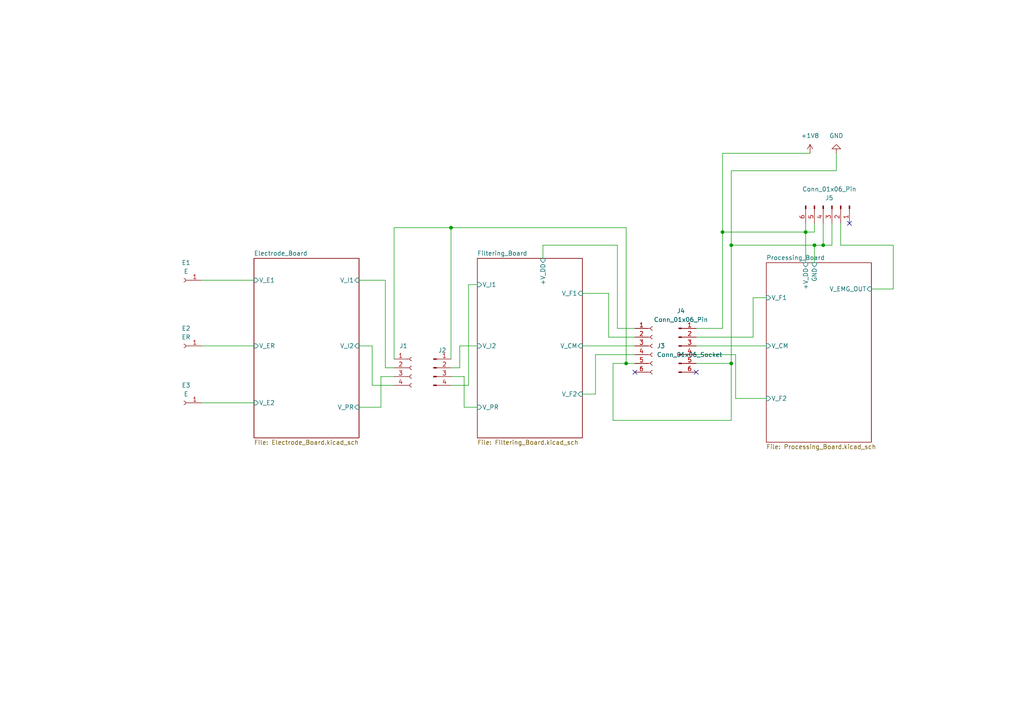
<source format=kicad_sch>
(kicad_sch
	(version 20231120)
	(generator "eeschema")
	(generator_version "8.0")
	(uuid "35a76d6a-a0c5-4989-a335-ebbff193f82f")
	(paper "A4")
	(lib_symbols
		(symbol "Connector:Conn_01x01_Socket"
			(pin_names
				(offset 1.016) hide)
			(exclude_from_sim no)
			(in_bom yes)
			(on_board yes)
			(property "Reference" "J"
				(at 0 2.54 0)
				(effects
					(font
						(size 1.27 1.27)
					)
				)
			)
			(property "Value" "Conn_01x01_Socket"
				(at 0 -2.54 0)
				(effects
					(font
						(size 1.27 1.27)
					)
				)
			)
			(property "Footprint" ""
				(at 0 0 0)
				(effects
					(font
						(size 1.27 1.27)
					)
					(hide yes)
				)
			)
			(property "Datasheet" "~"
				(at 0 0 0)
				(effects
					(font
						(size 1.27 1.27)
					)
					(hide yes)
				)
			)
			(property "Description" "Generic connector, single row, 01x01, script generated"
				(at 0 0 0)
				(effects
					(font
						(size 1.27 1.27)
					)
					(hide yes)
				)
			)
			(property "ki_locked" ""
				(at 0 0 0)
				(effects
					(font
						(size 1.27 1.27)
					)
				)
			)
			(property "ki_keywords" "connector"
				(at 0 0 0)
				(effects
					(font
						(size 1.27 1.27)
					)
					(hide yes)
				)
			)
			(property "ki_fp_filters" "Connector*:*_1x??_*"
				(at 0 0 0)
				(effects
					(font
						(size 1.27 1.27)
					)
					(hide yes)
				)
			)
			(symbol "Conn_01x01_Socket_1_1"
				(polyline
					(pts
						(xy -1.27 0) (xy -0.508 0)
					)
					(stroke
						(width 0.1524)
						(type default)
					)
					(fill
						(type none)
					)
				)
				(arc
					(start 0 0.508)
					(mid -0.5058 0)
					(end 0 -0.508)
					(stroke
						(width 0.1524)
						(type default)
					)
					(fill
						(type none)
					)
				)
				(pin passive line
					(at -5.08 0 0)
					(length 3.81)
					(name "Pin_1"
						(effects
							(font
								(size 1.27 1.27)
							)
						)
					)
					(number "1"
						(effects
							(font
								(size 1.27 1.27)
							)
						)
					)
				)
			)
		)
		(symbol "Connector:Conn_01x04_Pin"
			(pin_names
				(offset 1.016) hide)
			(exclude_from_sim no)
			(in_bom yes)
			(on_board yes)
			(property "Reference" "J"
				(at 0 5.08 0)
				(effects
					(font
						(size 1.27 1.27)
					)
				)
			)
			(property "Value" "Conn_01x04_Pin"
				(at 0 -7.62 0)
				(effects
					(font
						(size 1.27 1.27)
					)
				)
			)
			(property "Footprint" ""
				(at 0 0 0)
				(effects
					(font
						(size 1.27 1.27)
					)
					(hide yes)
				)
			)
			(property "Datasheet" "~"
				(at 0 0 0)
				(effects
					(font
						(size 1.27 1.27)
					)
					(hide yes)
				)
			)
			(property "Description" "Generic connector, single row, 01x04, script generated"
				(at 0 0 0)
				(effects
					(font
						(size 1.27 1.27)
					)
					(hide yes)
				)
			)
			(property "ki_locked" ""
				(at 0 0 0)
				(effects
					(font
						(size 1.27 1.27)
					)
				)
			)
			(property "ki_keywords" "connector"
				(at 0 0 0)
				(effects
					(font
						(size 1.27 1.27)
					)
					(hide yes)
				)
			)
			(property "ki_fp_filters" "Connector*:*_1x??_*"
				(at 0 0 0)
				(effects
					(font
						(size 1.27 1.27)
					)
					(hide yes)
				)
			)
			(symbol "Conn_01x04_Pin_1_1"
				(polyline
					(pts
						(xy 1.27 -5.08) (xy 0.8636 -5.08)
					)
					(stroke
						(width 0.1524)
						(type default)
					)
					(fill
						(type none)
					)
				)
				(polyline
					(pts
						(xy 1.27 -2.54) (xy 0.8636 -2.54)
					)
					(stroke
						(width 0.1524)
						(type default)
					)
					(fill
						(type none)
					)
				)
				(polyline
					(pts
						(xy 1.27 0) (xy 0.8636 0)
					)
					(stroke
						(width 0.1524)
						(type default)
					)
					(fill
						(type none)
					)
				)
				(polyline
					(pts
						(xy 1.27 2.54) (xy 0.8636 2.54)
					)
					(stroke
						(width 0.1524)
						(type default)
					)
					(fill
						(type none)
					)
				)
				(rectangle
					(start 0.8636 -4.953)
					(end 0 -5.207)
					(stroke
						(width 0.1524)
						(type default)
					)
					(fill
						(type outline)
					)
				)
				(rectangle
					(start 0.8636 -2.413)
					(end 0 -2.667)
					(stroke
						(width 0.1524)
						(type default)
					)
					(fill
						(type outline)
					)
				)
				(rectangle
					(start 0.8636 0.127)
					(end 0 -0.127)
					(stroke
						(width 0.1524)
						(type default)
					)
					(fill
						(type outline)
					)
				)
				(rectangle
					(start 0.8636 2.667)
					(end 0 2.413)
					(stroke
						(width 0.1524)
						(type default)
					)
					(fill
						(type outline)
					)
				)
				(pin passive line
					(at 5.08 2.54 180)
					(length 3.81)
					(name "Pin_1"
						(effects
							(font
								(size 1.27 1.27)
							)
						)
					)
					(number "1"
						(effects
							(font
								(size 1.27 1.27)
							)
						)
					)
				)
				(pin passive line
					(at 5.08 0 180)
					(length 3.81)
					(name "Pin_2"
						(effects
							(font
								(size 1.27 1.27)
							)
						)
					)
					(number "2"
						(effects
							(font
								(size 1.27 1.27)
							)
						)
					)
				)
				(pin passive line
					(at 5.08 -2.54 180)
					(length 3.81)
					(name "Pin_3"
						(effects
							(font
								(size 1.27 1.27)
							)
						)
					)
					(number "3"
						(effects
							(font
								(size 1.27 1.27)
							)
						)
					)
				)
				(pin passive line
					(at 5.08 -5.08 180)
					(length 3.81)
					(name "Pin_4"
						(effects
							(font
								(size 1.27 1.27)
							)
						)
					)
					(number "4"
						(effects
							(font
								(size 1.27 1.27)
							)
						)
					)
				)
			)
		)
		(symbol "Connector:Conn_01x04_Socket"
			(pin_names
				(offset 1.016) hide)
			(exclude_from_sim no)
			(in_bom yes)
			(on_board yes)
			(property "Reference" "J"
				(at 0 5.08 0)
				(effects
					(font
						(size 1.27 1.27)
					)
				)
			)
			(property "Value" "Conn_01x04_Socket"
				(at 0 -7.62 0)
				(effects
					(font
						(size 1.27 1.27)
					)
				)
			)
			(property "Footprint" ""
				(at 0 0 0)
				(effects
					(font
						(size 1.27 1.27)
					)
					(hide yes)
				)
			)
			(property "Datasheet" "~"
				(at 0 0 0)
				(effects
					(font
						(size 1.27 1.27)
					)
					(hide yes)
				)
			)
			(property "Description" "Generic connector, single row, 01x04, script generated"
				(at 0 0 0)
				(effects
					(font
						(size 1.27 1.27)
					)
					(hide yes)
				)
			)
			(property "ki_locked" ""
				(at 0 0 0)
				(effects
					(font
						(size 1.27 1.27)
					)
				)
			)
			(property "ki_keywords" "connector"
				(at 0 0 0)
				(effects
					(font
						(size 1.27 1.27)
					)
					(hide yes)
				)
			)
			(property "ki_fp_filters" "Connector*:*_1x??_*"
				(at 0 0 0)
				(effects
					(font
						(size 1.27 1.27)
					)
					(hide yes)
				)
			)
			(symbol "Conn_01x04_Socket_1_1"
				(arc
					(start 0 -4.572)
					(mid -0.5058 -5.08)
					(end 0 -5.588)
					(stroke
						(width 0.1524)
						(type default)
					)
					(fill
						(type none)
					)
				)
				(arc
					(start 0 -2.032)
					(mid -0.5058 -2.54)
					(end 0 -3.048)
					(stroke
						(width 0.1524)
						(type default)
					)
					(fill
						(type none)
					)
				)
				(polyline
					(pts
						(xy -1.27 -5.08) (xy -0.508 -5.08)
					)
					(stroke
						(width 0.1524)
						(type default)
					)
					(fill
						(type none)
					)
				)
				(polyline
					(pts
						(xy -1.27 -2.54) (xy -0.508 -2.54)
					)
					(stroke
						(width 0.1524)
						(type default)
					)
					(fill
						(type none)
					)
				)
				(polyline
					(pts
						(xy -1.27 0) (xy -0.508 0)
					)
					(stroke
						(width 0.1524)
						(type default)
					)
					(fill
						(type none)
					)
				)
				(polyline
					(pts
						(xy -1.27 2.54) (xy -0.508 2.54)
					)
					(stroke
						(width 0.1524)
						(type default)
					)
					(fill
						(type none)
					)
				)
				(arc
					(start 0 0.508)
					(mid -0.5058 0)
					(end 0 -0.508)
					(stroke
						(width 0.1524)
						(type default)
					)
					(fill
						(type none)
					)
				)
				(arc
					(start 0 3.048)
					(mid -0.5058 2.54)
					(end 0 2.032)
					(stroke
						(width 0.1524)
						(type default)
					)
					(fill
						(type none)
					)
				)
				(pin passive line
					(at -5.08 2.54 0)
					(length 3.81)
					(name "Pin_1"
						(effects
							(font
								(size 1.27 1.27)
							)
						)
					)
					(number "1"
						(effects
							(font
								(size 1.27 1.27)
							)
						)
					)
				)
				(pin passive line
					(at -5.08 0 0)
					(length 3.81)
					(name "Pin_2"
						(effects
							(font
								(size 1.27 1.27)
							)
						)
					)
					(number "2"
						(effects
							(font
								(size 1.27 1.27)
							)
						)
					)
				)
				(pin passive line
					(at -5.08 -2.54 0)
					(length 3.81)
					(name "Pin_3"
						(effects
							(font
								(size 1.27 1.27)
							)
						)
					)
					(number "3"
						(effects
							(font
								(size 1.27 1.27)
							)
						)
					)
				)
				(pin passive line
					(at -5.08 -5.08 0)
					(length 3.81)
					(name "Pin_4"
						(effects
							(font
								(size 1.27 1.27)
							)
						)
					)
					(number "4"
						(effects
							(font
								(size 1.27 1.27)
							)
						)
					)
				)
			)
		)
		(symbol "Connector:Conn_01x06_Pin"
			(pin_names
				(offset 1.016) hide)
			(exclude_from_sim no)
			(in_bom yes)
			(on_board yes)
			(property "Reference" "J"
				(at 0 7.62 0)
				(effects
					(font
						(size 1.27 1.27)
					)
				)
			)
			(property "Value" "Conn_01x06_Pin"
				(at 0 -10.16 0)
				(effects
					(font
						(size 1.27 1.27)
					)
				)
			)
			(property "Footprint" ""
				(at 0 0 0)
				(effects
					(font
						(size 1.27 1.27)
					)
					(hide yes)
				)
			)
			(property "Datasheet" "~"
				(at 0 0 0)
				(effects
					(font
						(size 1.27 1.27)
					)
					(hide yes)
				)
			)
			(property "Description" "Generic connector, single row, 01x06, script generated"
				(at 0 0 0)
				(effects
					(font
						(size 1.27 1.27)
					)
					(hide yes)
				)
			)
			(property "ki_locked" ""
				(at 0 0 0)
				(effects
					(font
						(size 1.27 1.27)
					)
				)
			)
			(property "ki_keywords" "connector"
				(at 0 0 0)
				(effects
					(font
						(size 1.27 1.27)
					)
					(hide yes)
				)
			)
			(property "ki_fp_filters" "Connector*:*_1x??_*"
				(at 0 0 0)
				(effects
					(font
						(size 1.27 1.27)
					)
					(hide yes)
				)
			)
			(symbol "Conn_01x06_Pin_1_1"
				(polyline
					(pts
						(xy 1.27 -7.62) (xy 0.8636 -7.62)
					)
					(stroke
						(width 0.1524)
						(type default)
					)
					(fill
						(type none)
					)
				)
				(polyline
					(pts
						(xy 1.27 -5.08) (xy 0.8636 -5.08)
					)
					(stroke
						(width 0.1524)
						(type default)
					)
					(fill
						(type none)
					)
				)
				(polyline
					(pts
						(xy 1.27 -2.54) (xy 0.8636 -2.54)
					)
					(stroke
						(width 0.1524)
						(type default)
					)
					(fill
						(type none)
					)
				)
				(polyline
					(pts
						(xy 1.27 0) (xy 0.8636 0)
					)
					(stroke
						(width 0.1524)
						(type default)
					)
					(fill
						(type none)
					)
				)
				(polyline
					(pts
						(xy 1.27 2.54) (xy 0.8636 2.54)
					)
					(stroke
						(width 0.1524)
						(type default)
					)
					(fill
						(type none)
					)
				)
				(polyline
					(pts
						(xy 1.27 5.08) (xy 0.8636 5.08)
					)
					(stroke
						(width 0.1524)
						(type default)
					)
					(fill
						(type none)
					)
				)
				(rectangle
					(start 0.8636 -7.493)
					(end 0 -7.747)
					(stroke
						(width 0.1524)
						(type default)
					)
					(fill
						(type outline)
					)
				)
				(rectangle
					(start 0.8636 -4.953)
					(end 0 -5.207)
					(stroke
						(width 0.1524)
						(type default)
					)
					(fill
						(type outline)
					)
				)
				(rectangle
					(start 0.8636 -2.413)
					(end 0 -2.667)
					(stroke
						(width 0.1524)
						(type default)
					)
					(fill
						(type outline)
					)
				)
				(rectangle
					(start 0.8636 0.127)
					(end 0 -0.127)
					(stroke
						(width 0.1524)
						(type default)
					)
					(fill
						(type outline)
					)
				)
				(rectangle
					(start 0.8636 2.667)
					(end 0 2.413)
					(stroke
						(width 0.1524)
						(type default)
					)
					(fill
						(type outline)
					)
				)
				(rectangle
					(start 0.8636 5.207)
					(end 0 4.953)
					(stroke
						(width 0.1524)
						(type default)
					)
					(fill
						(type outline)
					)
				)
				(pin passive line
					(at 5.08 5.08 180)
					(length 3.81)
					(name "Pin_1"
						(effects
							(font
								(size 1.27 1.27)
							)
						)
					)
					(number "1"
						(effects
							(font
								(size 1.27 1.27)
							)
						)
					)
				)
				(pin passive line
					(at 5.08 2.54 180)
					(length 3.81)
					(name "Pin_2"
						(effects
							(font
								(size 1.27 1.27)
							)
						)
					)
					(number "2"
						(effects
							(font
								(size 1.27 1.27)
							)
						)
					)
				)
				(pin passive line
					(at 5.08 0 180)
					(length 3.81)
					(name "Pin_3"
						(effects
							(font
								(size 1.27 1.27)
							)
						)
					)
					(number "3"
						(effects
							(font
								(size 1.27 1.27)
							)
						)
					)
				)
				(pin passive line
					(at 5.08 -2.54 180)
					(length 3.81)
					(name "Pin_4"
						(effects
							(font
								(size 1.27 1.27)
							)
						)
					)
					(number "4"
						(effects
							(font
								(size 1.27 1.27)
							)
						)
					)
				)
				(pin passive line
					(at 5.08 -5.08 180)
					(length 3.81)
					(name "Pin_5"
						(effects
							(font
								(size 1.27 1.27)
							)
						)
					)
					(number "5"
						(effects
							(font
								(size 1.27 1.27)
							)
						)
					)
				)
				(pin passive line
					(at 5.08 -7.62 180)
					(length 3.81)
					(name "Pin_6"
						(effects
							(font
								(size 1.27 1.27)
							)
						)
					)
					(number "6"
						(effects
							(font
								(size 1.27 1.27)
							)
						)
					)
				)
			)
		)
		(symbol "Connector:Conn_01x06_Socket"
			(pin_names
				(offset 1.016) hide)
			(exclude_from_sim no)
			(in_bom yes)
			(on_board yes)
			(property "Reference" "J"
				(at 0 7.62 0)
				(effects
					(font
						(size 1.27 1.27)
					)
				)
			)
			(property "Value" "Conn_01x06_Socket"
				(at 0 -10.16 0)
				(effects
					(font
						(size 1.27 1.27)
					)
				)
			)
			(property "Footprint" ""
				(at 0 0 0)
				(effects
					(font
						(size 1.27 1.27)
					)
					(hide yes)
				)
			)
			(property "Datasheet" "~"
				(at 0 0 0)
				(effects
					(font
						(size 1.27 1.27)
					)
					(hide yes)
				)
			)
			(property "Description" "Generic connector, single row, 01x06, script generated"
				(at 0 0 0)
				(effects
					(font
						(size 1.27 1.27)
					)
					(hide yes)
				)
			)
			(property "ki_locked" ""
				(at 0 0 0)
				(effects
					(font
						(size 1.27 1.27)
					)
				)
			)
			(property "ki_keywords" "connector"
				(at 0 0 0)
				(effects
					(font
						(size 1.27 1.27)
					)
					(hide yes)
				)
			)
			(property "ki_fp_filters" "Connector*:*_1x??_*"
				(at 0 0 0)
				(effects
					(font
						(size 1.27 1.27)
					)
					(hide yes)
				)
			)
			(symbol "Conn_01x06_Socket_1_1"
				(arc
					(start 0 -7.112)
					(mid -0.5058 -7.62)
					(end 0 -8.128)
					(stroke
						(width 0.1524)
						(type default)
					)
					(fill
						(type none)
					)
				)
				(arc
					(start 0 -4.572)
					(mid -0.5058 -5.08)
					(end 0 -5.588)
					(stroke
						(width 0.1524)
						(type default)
					)
					(fill
						(type none)
					)
				)
				(arc
					(start 0 -2.032)
					(mid -0.5058 -2.54)
					(end 0 -3.048)
					(stroke
						(width 0.1524)
						(type default)
					)
					(fill
						(type none)
					)
				)
				(polyline
					(pts
						(xy -1.27 -7.62) (xy -0.508 -7.62)
					)
					(stroke
						(width 0.1524)
						(type default)
					)
					(fill
						(type none)
					)
				)
				(polyline
					(pts
						(xy -1.27 -5.08) (xy -0.508 -5.08)
					)
					(stroke
						(width 0.1524)
						(type default)
					)
					(fill
						(type none)
					)
				)
				(polyline
					(pts
						(xy -1.27 -2.54) (xy -0.508 -2.54)
					)
					(stroke
						(width 0.1524)
						(type default)
					)
					(fill
						(type none)
					)
				)
				(polyline
					(pts
						(xy -1.27 0) (xy -0.508 0)
					)
					(stroke
						(width 0.1524)
						(type default)
					)
					(fill
						(type none)
					)
				)
				(polyline
					(pts
						(xy -1.27 2.54) (xy -0.508 2.54)
					)
					(stroke
						(width 0.1524)
						(type default)
					)
					(fill
						(type none)
					)
				)
				(polyline
					(pts
						(xy -1.27 5.08) (xy -0.508 5.08)
					)
					(stroke
						(width 0.1524)
						(type default)
					)
					(fill
						(type none)
					)
				)
				(arc
					(start 0 0.508)
					(mid -0.5058 0)
					(end 0 -0.508)
					(stroke
						(width 0.1524)
						(type default)
					)
					(fill
						(type none)
					)
				)
				(arc
					(start 0 3.048)
					(mid -0.5058 2.54)
					(end 0 2.032)
					(stroke
						(width 0.1524)
						(type default)
					)
					(fill
						(type none)
					)
				)
				(arc
					(start 0 5.588)
					(mid -0.5058 5.08)
					(end 0 4.572)
					(stroke
						(width 0.1524)
						(type default)
					)
					(fill
						(type none)
					)
				)
				(pin passive line
					(at -5.08 5.08 0)
					(length 3.81)
					(name "Pin_1"
						(effects
							(font
								(size 1.27 1.27)
							)
						)
					)
					(number "1"
						(effects
							(font
								(size 1.27 1.27)
							)
						)
					)
				)
				(pin passive line
					(at -5.08 2.54 0)
					(length 3.81)
					(name "Pin_2"
						(effects
							(font
								(size 1.27 1.27)
							)
						)
					)
					(number "2"
						(effects
							(font
								(size 1.27 1.27)
							)
						)
					)
				)
				(pin passive line
					(at -5.08 0 0)
					(length 3.81)
					(name "Pin_3"
						(effects
							(font
								(size 1.27 1.27)
							)
						)
					)
					(number "3"
						(effects
							(font
								(size 1.27 1.27)
							)
						)
					)
				)
				(pin passive line
					(at -5.08 -2.54 0)
					(length 3.81)
					(name "Pin_4"
						(effects
							(font
								(size 1.27 1.27)
							)
						)
					)
					(number "4"
						(effects
							(font
								(size 1.27 1.27)
							)
						)
					)
				)
				(pin passive line
					(at -5.08 -5.08 0)
					(length 3.81)
					(name "Pin_5"
						(effects
							(font
								(size 1.27 1.27)
							)
						)
					)
					(number "5"
						(effects
							(font
								(size 1.27 1.27)
							)
						)
					)
				)
				(pin passive line
					(at -5.08 -7.62 0)
					(length 3.81)
					(name "Pin_6"
						(effects
							(font
								(size 1.27 1.27)
							)
						)
					)
					(number "6"
						(effects
							(font
								(size 1.27 1.27)
							)
						)
					)
				)
			)
		)
		(symbol "power:+1V8"
			(power)
			(pin_numbers hide)
			(pin_names
				(offset 0) hide)
			(exclude_from_sim no)
			(in_bom yes)
			(on_board yes)
			(property "Reference" "#PWR"
				(at 0 -3.81 0)
				(effects
					(font
						(size 1.27 1.27)
					)
					(hide yes)
				)
			)
			(property "Value" "+1V8"
				(at 0 3.556 0)
				(effects
					(font
						(size 1.27 1.27)
					)
				)
			)
			(property "Footprint" ""
				(at 0 0 0)
				(effects
					(font
						(size 1.27 1.27)
					)
					(hide yes)
				)
			)
			(property "Datasheet" ""
				(at 0 0 0)
				(effects
					(font
						(size 1.27 1.27)
					)
					(hide yes)
				)
			)
			(property "Description" "Power symbol creates a global label with name \"+1V8\""
				(at 0 0 0)
				(effects
					(font
						(size 1.27 1.27)
					)
					(hide yes)
				)
			)
			(property "ki_keywords" "global power"
				(at 0 0 0)
				(effects
					(font
						(size 1.27 1.27)
					)
					(hide yes)
				)
			)
			(symbol "+1V8_0_1"
				(polyline
					(pts
						(xy -0.762 1.27) (xy 0 2.54)
					)
					(stroke
						(width 0)
						(type default)
					)
					(fill
						(type none)
					)
				)
				(polyline
					(pts
						(xy 0 0) (xy 0 2.54)
					)
					(stroke
						(width 0)
						(type default)
					)
					(fill
						(type none)
					)
				)
				(polyline
					(pts
						(xy 0 2.54) (xy 0.762 1.27)
					)
					(stroke
						(width 0)
						(type default)
					)
					(fill
						(type none)
					)
				)
			)
			(symbol "+1V8_1_1"
				(pin power_in line
					(at 0 0 90)
					(length 0)
					(name "~"
						(effects
							(font
								(size 1.27 1.27)
							)
						)
					)
					(number "1"
						(effects
							(font
								(size 1.27 1.27)
							)
						)
					)
				)
			)
		)
		(symbol "power:GND"
			(power)
			(pin_numbers hide)
			(pin_names
				(offset 0) hide)
			(exclude_from_sim no)
			(in_bom yes)
			(on_board yes)
			(property "Reference" "#PWR"
				(at 0 -6.35 0)
				(effects
					(font
						(size 1.27 1.27)
					)
					(hide yes)
				)
			)
			(property "Value" "GND"
				(at 0 -3.81 0)
				(effects
					(font
						(size 1.27 1.27)
					)
				)
			)
			(property "Footprint" ""
				(at 0 0 0)
				(effects
					(font
						(size 1.27 1.27)
					)
					(hide yes)
				)
			)
			(property "Datasheet" ""
				(at 0 0 0)
				(effects
					(font
						(size 1.27 1.27)
					)
					(hide yes)
				)
			)
			(property "Description" "Power symbol creates a global label with name \"GND\" , ground"
				(at 0 0 0)
				(effects
					(font
						(size 1.27 1.27)
					)
					(hide yes)
				)
			)
			(property "ki_keywords" "global power"
				(at 0 0 0)
				(effects
					(font
						(size 1.27 1.27)
					)
					(hide yes)
				)
			)
			(symbol "GND_0_1"
				(polyline
					(pts
						(xy 0 0) (xy 0 -1.27) (xy 1.27 -1.27) (xy 0 -2.54) (xy -1.27 -1.27) (xy 0 -1.27)
					)
					(stroke
						(width 0)
						(type default)
					)
					(fill
						(type none)
					)
				)
			)
			(symbol "GND_1_1"
				(pin power_in line
					(at 0 0 270)
					(length 0)
					(name "~"
						(effects
							(font
								(size 1.27 1.27)
							)
						)
					)
					(number "1"
						(effects
							(font
								(size 1.27 1.27)
							)
						)
					)
				)
			)
		)
	)
	(junction
		(at 130.81 66.04)
		(diameter 0)
		(color 0 0 0 0)
		(uuid "21091ad0-8953-4e6d-ba59-e025f0aad6ce")
	)
	(junction
		(at 238.76 71.12)
		(diameter 0)
		(color 0 0 0 0)
		(uuid "4d0fad1b-1475-411d-b863-6fdf03df59c9")
	)
	(junction
		(at 236.22 71.12)
		(diameter 0)
		(color 0 0 0 0)
		(uuid "4dc1c887-fb5a-43e2-ba7f-0650264f0b3c")
	)
	(junction
		(at 209.55 67.31)
		(diameter 0)
		(color 0 0 0 0)
		(uuid "5a99bc87-3bb7-42df-9c4f-bd49339e9bc1")
	)
	(junction
		(at 212.09 105.41)
		(diameter 0)
		(color 0 0 0 0)
		(uuid "8340dff6-30de-4666-a8d1-395d7f36e15f")
	)
	(junction
		(at 233.68 67.31)
		(diameter 0)
		(color 0 0 0 0)
		(uuid "b0afc050-17c3-4e1f-ae35-ad6e1adf57e0")
	)
	(junction
		(at 212.09 71.12)
		(diameter 0)
		(color 0 0 0 0)
		(uuid "b87beead-2d72-447a-9675-a0bdb0f4b1e6")
	)
	(junction
		(at 181.61 105.41)
		(diameter 0)
		(color 0 0 0 0)
		(uuid "eae92e20-384d-4c8a-b92d-8a15c469952d")
	)
	(no_connect
		(at 201.93 107.95)
		(uuid "bd06cb32-4065-4178-8b96-eac9acc52196")
	)
	(no_connect
		(at 246.38 64.77)
		(uuid "dc50738b-2764-4161-97eb-4791120ccdd4")
	)
	(no_connect
		(at 184.15 107.95)
		(uuid "e48ba244-a090-4da7-90b2-5ed483869b46")
	)
	(wire
		(pts
			(xy 213.36 102.87) (xy 201.93 102.87)
		)
		(stroke
			(width 0)
			(type default)
		)
		(uuid "0081f790-8f9d-4e58-ba86-fd191393bf3c")
	)
	(wire
		(pts
			(xy 104.14 100.33) (xy 107.95 100.33)
		)
		(stroke
			(width 0)
			(type default)
		)
		(uuid "07f86792-1088-48eb-9198-d7db870706d4")
	)
	(wire
		(pts
			(xy 104.14 81.28) (xy 111.76 81.28)
		)
		(stroke
			(width 0)
			(type default)
		)
		(uuid "0d494821-26fc-46bb-bf40-afb9ebfb0d32")
	)
	(wire
		(pts
			(xy 233.68 67.31) (xy 236.22 67.31)
		)
		(stroke
			(width 0)
			(type default)
		)
		(uuid "10a23d2b-fa7f-4e67-b3a5-022be0f29da3")
	)
	(wire
		(pts
			(xy 242.57 44.45) (xy 242.57 49.53)
		)
		(stroke
			(width 0)
			(type default)
		)
		(uuid "1986b9bc-6c52-43bd-ba61-f5b5f5753b4a")
	)
	(wire
		(pts
			(xy 233.68 67.31) (xy 233.68 76.2)
		)
		(stroke
			(width 0)
			(type default)
		)
		(uuid "1abb36ce-e9c4-465b-a0f8-84ace6f34db1")
	)
	(wire
		(pts
			(xy 176.53 85.09) (xy 168.91 85.09)
		)
		(stroke
			(width 0)
			(type default)
		)
		(uuid "20cde162-109c-4282-9ce2-4460eab7ed2c")
	)
	(wire
		(pts
			(xy 181.61 105.41) (xy 184.15 105.41)
		)
		(stroke
			(width 0)
			(type default)
		)
		(uuid "21f70990-d8cd-4a90-8575-a782c4a354d9")
	)
	(wire
		(pts
			(xy 107.95 111.76) (xy 114.3 111.76)
		)
		(stroke
			(width 0)
			(type default)
		)
		(uuid "2285d995-e7c1-4862-b8b2-52af60f41680")
	)
	(wire
		(pts
			(xy 58.42 116.84) (xy 73.66 116.84)
		)
		(stroke
			(width 0)
			(type default)
		)
		(uuid "22934447-b605-43d3-b7ad-9b03ddf7a801")
	)
	(wire
		(pts
			(xy 177.8 105.41) (xy 181.61 105.41)
		)
		(stroke
			(width 0)
			(type default)
		)
		(uuid "26a9e3ee-5c2e-4881-9159-4a7b8a950fe0")
	)
	(wire
		(pts
			(xy 201.93 97.79) (xy 218.44 97.79)
		)
		(stroke
			(width 0)
			(type default)
		)
		(uuid "2721692f-40fa-4e45-8246-b16f532150f6")
	)
	(wire
		(pts
			(xy 218.44 97.79) (xy 218.44 86.36)
		)
		(stroke
			(width 0)
			(type default)
		)
		(uuid "277e826c-4f03-40db-b214-cc165ff70053")
	)
	(wire
		(pts
			(xy 201.93 100.33) (xy 222.25 100.33)
		)
		(stroke
			(width 0)
			(type default)
		)
		(uuid "2a83c327-f66f-4c3a-a9a6-fe558055ae95")
	)
	(wire
		(pts
			(xy 179.07 95.25) (xy 179.07 71.12)
		)
		(stroke
			(width 0)
			(type default)
		)
		(uuid "2c9ed325-a99e-4324-ac6a-9e7ba88e8f11")
	)
	(wire
		(pts
			(xy 184.15 95.25) (xy 179.07 95.25)
		)
		(stroke
			(width 0)
			(type default)
		)
		(uuid "32901fc4-4763-4dfd-90e5-3d7c772dc662")
	)
	(wire
		(pts
			(xy 209.55 95.25) (xy 201.93 95.25)
		)
		(stroke
			(width 0)
			(type default)
		)
		(uuid "37acb685-f168-4ebe-80b0-921ca0134e39")
	)
	(wire
		(pts
			(xy 168.91 100.33) (xy 184.15 100.33)
		)
		(stroke
			(width 0)
			(type default)
		)
		(uuid "398afbad-9ee0-4f27-9586-c1c51180c629")
	)
	(wire
		(pts
			(xy 243.84 71.12) (xy 243.84 64.77)
		)
		(stroke
			(width 0)
			(type default)
		)
		(uuid "3d1ba686-9b13-4178-8b2a-81fe8d74d4c6")
	)
	(wire
		(pts
			(xy 212.09 105.41) (xy 201.93 105.41)
		)
		(stroke
			(width 0)
			(type default)
		)
		(uuid "3d910d5d-8326-4723-98f1-778bd02bc9d3")
	)
	(wire
		(pts
			(xy 212.09 49.53) (xy 212.09 71.12)
		)
		(stroke
			(width 0)
			(type default)
		)
		(uuid "40db1612-6ca7-4dd0-ae1f-788616536779")
	)
	(wire
		(pts
			(xy 212.09 105.41) (xy 212.09 121.92)
		)
		(stroke
			(width 0)
			(type default)
		)
		(uuid "44bbc379-8962-4104-973b-f3cc403a99c4")
	)
	(wire
		(pts
			(xy 135.89 82.55) (xy 135.89 111.76)
		)
		(stroke
			(width 0)
			(type default)
		)
		(uuid "48615cb1-888c-464a-b263-d1a7c39c52e4")
	)
	(wire
		(pts
			(xy 135.89 111.76) (xy 130.81 111.76)
		)
		(stroke
			(width 0)
			(type default)
		)
		(uuid "49563124-3a34-4f1f-a771-e6346c2c5390")
	)
	(wire
		(pts
			(xy 172.72 114.3) (xy 172.72 102.87)
		)
		(stroke
			(width 0)
			(type default)
		)
		(uuid "497c1ee3-1b5d-4d2b-8801-ad54d4dede5f")
	)
	(wire
		(pts
			(xy 111.76 106.68) (xy 114.3 106.68)
		)
		(stroke
			(width 0)
			(type default)
		)
		(uuid "59499fae-8a84-459b-abf9-210bee0f52d8")
	)
	(wire
		(pts
			(xy 236.22 71.12) (xy 238.76 71.12)
		)
		(stroke
			(width 0)
			(type default)
		)
		(uuid "639238be-c2a4-4c08-8c74-3f54f5703a7c")
	)
	(wire
		(pts
			(xy 234.95 44.45) (xy 209.55 44.45)
		)
		(stroke
			(width 0)
			(type default)
		)
		(uuid "676248c2-e732-4bbc-9440-88038c0d9e4d")
	)
	(wire
		(pts
			(xy 138.43 118.11) (xy 134.62 118.11)
		)
		(stroke
			(width 0)
			(type default)
		)
		(uuid "67c7a45c-d965-4679-92d0-6688974a33e8")
	)
	(wire
		(pts
			(xy 133.35 106.68) (xy 130.81 106.68)
		)
		(stroke
			(width 0)
			(type default)
		)
		(uuid "67ec0e7b-f30d-4063-af75-ed342456e5ba")
	)
	(wire
		(pts
			(xy 209.55 44.45) (xy 209.55 67.31)
		)
		(stroke
			(width 0)
			(type default)
		)
		(uuid "6e20d20a-57c7-428e-aed6-70004ea4f3c5")
	)
	(wire
		(pts
			(xy 181.61 105.41) (xy 181.61 66.04)
		)
		(stroke
			(width 0)
			(type default)
		)
		(uuid "6ef213de-0804-48db-a27f-8da3ee98f0c9")
	)
	(wire
		(pts
			(xy 107.95 100.33) (xy 107.95 111.76)
		)
		(stroke
			(width 0)
			(type default)
		)
		(uuid "713a92c7-3e7d-492f-902a-b75e368a841e")
	)
	(wire
		(pts
			(xy 114.3 66.04) (xy 130.81 66.04)
		)
		(stroke
			(width 0)
			(type default)
		)
		(uuid "75edb936-052e-43c3-9a7d-2345feef6e1b")
	)
	(wire
		(pts
			(xy 212.09 121.92) (xy 177.8 121.92)
		)
		(stroke
			(width 0)
			(type default)
		)
		(uuid "763e701f-1ca2-440a-909b-0c70397b788f")
	)
	(wire
		(pts
			(xy 134.62 118.11) (xy 134.62 109.22)
		)
		(stroke
			(width 0)
			(type default)
		)
		(uuid "783027e3-479f-4a3c-bfb2-54d155301ba9")
	)
	(wire
		(pts
			(xy 242.57 49.53) (xy 212.09 49.53)
		)
		(stroke
			(width 0)
			(type default)
		)
		(uuid "7be23c0d-9c96-4361-9ae6-37e3c2cf0f48")
	)
	(wire
		(pts
			(xy 252.73 83.82) (xy 259.08 83.82)
		)
		(stroke
			(width 0)
			(type default)
		)
		(uuid "841492f8-1fea-4798-aa63-99650b0fe9ab")
	)
	(wire
		(pts
			(xy 104.14 118.11) (xy 110.49 118.11)
		)
		(stroke
			(width 0)
			(type default)
		)
		(uuid "9bcfc003-2c2f-44a9-978d-668956059ed7")
	)
	(wire
		(pts
			(xy 133.35 100.33) (xy 133.35 106.68)
		)
		(stroke
			(width 0)
			(type default)
		)
		(uuid "a058e9ea-e425-4299-942a-4833b366cd4a")
	)
	(wire
		(pts
			(xy 236.22 67.31) (xy 236.22 64.77)
		)
		(stroke
			(width 0)
			(type default)
		)
		(uuid "a1ef318f-2410-4be0-a245-e413035c3f83")
	)
	(wire
		(pts
			(xy 233.68 64.77) (xy 233.68 67.31)
		)
		(stroke
			(width 0)
			(type default)
		)
		(uuid "a424b55d-6bff-4aeb-8a7a-9850ed2167be")
	)
	(wire
		(pts
			(xy 259.08 71.12) (xy 243.84 71.12)
		)
		(stroke
			(width 0)
			(type default)
		)
		(uuid "a4532f22-be87-4fef-bd08-e81c635558b8")
	)
	(wire
		(pts
			(xy 172.72 102.87) (xy 184.15 102.87)
		)
		(stroke
			(width 0)
			(type default)
		)
		(uuid "aaa01d13-41ea-4d20-a368-7a28ba0949c5")
	)
	(wire
		(pts
			(xy 238.76 64.77) (xy 238.76 71.12)
		)
		(stroke
			(width 0)
			(type default)
		)
		(uuid "ae528b87-75f1-4e85-8af2-ec9d3153a567")
	)
	(wire
		(pts
			(xy 209.55 67.31) (xy 233.68 67.31)
		)
		(stroke
			(width 0)
			(type default)
		)
		(uuid "aeec8042-185e-47d4-8e1c-278c961367d0")
	)
	(wire
		(pts
			(xy 259.08 83.82) (xy 259.08 71.12)
		)
		(stroke
			(width 0)
			(type default)
		)
		(uuid "b4a33d97-44eb-4b23-8f47-387202083e0c")
	)
	(wire
		(pts
			(xy 238.76 71.12) (xy 241.3 71.12)
		)
		(stroke
			(width 0)
			(type default)
		)
		(uuid "b6f5881b-1342-4139-bc95-01f326b978b4")
	)
	(wire
		(pts
			(xy 58.42 81.28) (xy 73.66 81.28)
		)
		(stroke
			(width 0)
			(type default)
		)
		(uuid "b9e39dc9-897c-4b5e-91bf-37b21ad8ca6f")
	)
	(wire
		(pts
			(xy 209.55 67.31) (xy 209.55 95.25)
		)
		(stroke
			(width 0)
			(type default)
		)
		(uuid "ba36c326-e365-43bb-80f2-bc808079b6df")
	)
	(wire
		(pts
			(xy 114.3 66.04) (xy 114.3 104.14)
		)
		(stroke
			(width 0)
			(type default)
		)
		(uuid "bc5a5147-3a03-417f-ab06-9643b1f27e0a")
	)
	(wire
		(pts
			(xy 181.61 66.04) (xy 130.81 66.04)
		)
		(stroke
			(width 0)
			(type default)
		)
		(uuid "bd060d5f-4b94-4427-b7c6-49db3e4c8728")
	)
	(wire
		(pts
			(xy 241.3 71.12) (xy 241.3 64.77)
		)
		(stroke
			(width 0)
			(type default)
		)
		(uuid "bf5233d4-7eef-4e21-8855-1a197477b719")
	)
	(wire
		(pts
			(xy 176.53 97.79) (xy 176.53 85.09)
		)
		(stroke
			(width 0)
			(type default)
		)
		(uuid "c2bcf2c0-b52f-4dc0-9d39-6138f780751a")
	)
	(wire
		(pts
			(xy 222.25 115.57) (xy 213.36 115.57)
		)
		(stroke
			(width 0)
			(type default)
		)
		(uuid "c57815b6-ffd6-476a-8fd5-d31108d85068")
	)
	(wire
		(pts
			(xy 184.15 97.79) (xy 176.53 97.79)
		)
		(stroke
			(width 0)
			(type default)
		)
		(uuid "c660a37c-fd9a-40e7-84ff-84ccc10e7eef")
	)
	(wire
		(pts
			(xy 212.09 71.12) (xy 236.22 71.12)
		)
		(stroke
			(width 0)
			(type default)
		)
		(uuid "c7d70fdb-0a64-4627-883f-09772e733817")
	)
	(wire
		(pts
			(xy 218.44 86.36) (xy 222.25 86.36)
		)
		(stroke
			(width 0)
			(type default)
		)
		(uuid "c81abc8d-c5e5-4b8c-b6cb-481452aeecc6")
	)
	(wire
		(pts
			(xy 213.36 115.57) (xy 213.36 102.87)
		)
		(stroke
			(width 0)
			(type default)
		)
		(uuid "ce7f5b7b-8bd0-4e25-b0cc-920ff9cb9a3f")
	)
	(wire
		(pts
			(xy 130.81 66.04) (xy 130.81 104.14)
		)
		(stroke
			(width 0)
			(type default)
		)
		(uuid "ceae183d-d3d9-41e3-a6bf-ebc33da83a2f")
	)
	(wire
		(pts
			(xy 111.76 81.28) (xy 111.76 106.68)
		)
		(stroke
			(width 0)
			(type default)
		)
		(uuid "d2ee4fa1-7bf2-45e5-bd27-e3b8bbb12b28")
	)
	(wire
		(pts
			(xy 236.22 71.12) (xy 236.22 76.2)
		)
		(stroke
			(width 0)
			(type default)
		)
		(uuid "d51ffa7f-9a03-4501-b425-8025fc4e5dad")
	)
	(wire
		(pts
			(xy 58.42 100.33) (xy 73.66 100.33)
		)
		(stroke
			(width 0)
			(type default)
		)
		(uuid "de67b582-7bdb-4682-bb91-4a67f87e1df3")
	)
	(wire
		(pts
			(xy 177.8 105.41) (xy 177.8 121.92)
		)
		(stroke
			(width 0)
			(type default)
		)
		(uuid "e0cfafa4-2a51-47df-9c92-4adfd7b0c1e9")
	)
	(wire
		(pts
			(xy 179.07 71.12) (xy 157.48 71.12)
		)
		(stroke
			(width 0)
			(type default)
		)
		(uuid "e8fb75b3-77ca-4714-8343-0a1db17f2778")
	)
	(wire
		(pts
			(xy 157.48 71.12) (xy 157.48 74.93)
		)
		(stroke
			(width 0)
			(type default)
		)
		(uuid "e9eec2eb-7e27-4d48-8e0c-a55983660bd2")
	)
	(wire
		(pts
			(xy 134.62 109.22) (xy 130.81 109.22)
		)
		(stroke
			(width 0)
			(type default)
		)
		(uuid "efe5d28a-dd9d-46cd-b96b-db9f1a86af2a")
	)
	(wire
		(pts
			(xy 110.49 118.11) (xy 110.49 109.22)
		)
		(stroke
			(width 0)
			(type default)
		)
		(uuid "f1e0e0a7-e22c-45d7-acf9-ad69e1bf31a9")
	)
	(wire
		(pts
			(xy 110.49 109.22) (xy 114.3 109.22)
		)
		(stroke
			(width 0)
			(type default)
		)
		(uuid "f613fb9c-0da4-48f0-88fc-fd6ea822856f")
	)
	(wire
		(pts
			(xy 135.89 82.55) (xy 138.43 82.55)
		)
		(stroke
			(width 0)
			(type default)
		)
		(uuid "fc08fbf3-e546-465f-a51f-de46d9e7cf4a")
	)
	(wire
		(pts
			(xy 212.09 71.12) (xy 212.09 105.41)
		)
		(stroke
			(width 0)
			(type default)
		)
		(uuid "fd1cbdd1-506b-481a-aa88-e134a47517f7")
	)
	(wire
		(pts
			(xy 168.91 114.3) (xy 172.72 114.3)
		)
		(stroke
			(width 0)
			(type default)
		)
		(uuid "fda11687-13de-438d-8224-369c08a0fbf0")
	)
	(wire
		(pts
			(xy 138.43 100.33) (xy 133.35 100.33)
		)
		(stroke
			(width 0)
			(type default)
		)
		(uuid "fe0ef483-1203-4d0c-8383-15531c3c01f6")
	)
	(symbol
		(lib_id "Connector:Conn_01x01_Socket")
		(at 53.34 81.28 180)
		(unit 1)
		(exclude_from_sim no)
		(in_bom yes)
		(on_board yes)
		(dnp no)
		(fields_autoplaced yes)
		(uuid "1bdc60ab-1371-4192-9012-d2a14f93b3b4")
		(property "Reference" "E1"
			(at 53.975 76.2 0)
			(effects
				(font
					(size 1.27 1.27)
				)
			)
		)
		(property "Value" "E"
			(at 53.975 78.74 0)
			(effects
				(font
					(size 1.27 1.27)
				)
			)
		)
		(property "Footprint" "Library:Electrode_Shape"
			(at 53.34 81.28 0)
			(effects
				(font
					(size 1.27 1.27)
				)
				(hide yes)
			)
		)
		(property "Datasheet" "~"
			(at 53.34 81.28 0)
			(effects
				(font
					(size 1.27 1.27)
				)
				(hide yes)
			)
		)
		(property "Description" "Generic connector, single row, 01x01, script generated"
			(at 53.34 81.28 0)
			(effects
				(font
					(size 1.27 1.27)
				)
				(hide yes)
			)
		)
		(pin "1"
			(uuid "eea6968c-020b-497b-8d89-c03842521e19")
		)
		(instances
			(project "SigAcqModule_TwoSided"
				(path "/35a76d6a-a0c5-4989-a335-ebbff193f82f"
					(reference "E1")
					(unit 1)
				)
			)
		)
	)
	(symbol
		(lib_id "Connector:Conn_01x06_Pin")
		(at 241.3 59.69 270)
		(unit 1)
		(exclude_from_sim no)
		(in_bom yes)
		(on_board yes)
		(dnp no)
		(uuid "2f0a6338-d171-47e6-a38c-607ce49a1cd4")
		(property "Reference" "J5"
			(at 240.538 57.404 90)
			(effects
				(font
					(size 1.27 1.27)
				)
			)
		)
		(property "Value" "Conn_01x06_Pin"
			(at 240.538 54.864 90)
			(effects
				(font
					(size 1.27 1.27)
				)
			)
		)
		(property "Footprint" "Connector_PinHeader_2.54mm:PinHeader_2x03_P2.54mm_Vertical"
			(at 241.3 59.69 0)
			(effects
				(font
					(size 1.27 1.27)
				)
				(hide yes)
			)
		)
		(property "Datasheet" "~"
			(at 241.3 59.69 0)
			(effects
				(font
					(size 1.27 1.27)
				)
				(hide yes)
			)
		)
		(property "Description" "Generic connector, single row, 01x06, script generated"
			(at 241.3 59.69 0)
			(effects
				(font
					(size 1.27 1.27)
				)
				(hide yes)
			)
		)
		(pin "3"
			(uuid "12d9c330-349d-47e4-ba0b-e9043d56ad77")
		)
		(pin "2"
			(uuid "370150f5-e4be-4a65-866b-7acd193df79f")
		)
		(pin "6"
			(uuid "9bf6a5ed-c859-4758-8f16-7e6163c16e95")
		)
		(pin "5"
			(uuid "3a266e8f-a2b4-4cba-b08d-cadc1a8b4308")
		)
		(pin "1"
			(uuid "c8fdc99e-21f2-449d-8785-eee21c5048c2")
		)
		(pin "4"
			(uuid "bbd66515-743e-47d8-83ff-36030ab71125")
		)
		(instances
			(project "SigAcqModule_TwoSided"
				(path "/35a76d6a-a0c5-4989-a335-ebbff193f82f"
					(reference "J5")
					(unit 1)
				)
			)
		)
	)
	(symbol
		(lib_id "Connector:Conn_01x06_Pin")
		(at 196.85 100.33 0)
		(unit 1)
		(exclude_from_sim no)
		(in_bom yes)
		(on_board yes)
		(dnp no)
		(fields_autoplaced yes)
		(uuid "3e27eefc-e2f2-4a71-8dfb-d7263224d48b")
		(property "Reference" "J4"
			(at 197.485 90.17 0)
			(effects
				(font
					(size 1.27 1.27)
				)
			)
		)
		(property "Value" "Conn_01x06_Pin"
			(at 197.485 92.71 0)
			(effects
				(font
					(size 1.27 1.27)
				)
			)
		)
		(property "Footprint" "Connector_PinHeader_2.54mm:PinHeader_2x03_P2.54mm_Vertical"
			(at 196.85 100.33 0)
			(effects
				(font
					(size 1.27 1.27)
				)
				(hide yes)
			)
		)
		(property "Datasheet" "~"
			(at 196.85 100.33 0)
			(effects
				(font
					(size 1.27 1.27)
				)
				(hide yes)
			)
		)
		(property "Description" "Generic connector, single row, 01x06, script generated"
			(at 196.85 100.33 0)
			(effects
				(font
					(size 1.27 1.27)
				)
				(hide yes)
			)
		)
		(pin "2"
			(uuid "b6d1be2e-c5f5-4aa3-bed1-f27e1512ad50")
		)
		(pin "1"
			(uuid "e8eab4f6-517c-40ba-a005-89c4c8f1e6d3")
		)
		(pin "3"
			(uuid "97bbc8e2-73f6-49ed-abd6-551760954df0")
		)
		(pin "6"
			(uuid "75d5c84d-2506-4ad5-8017-b1abf7ad53ac")
		)
		(pin "5"
			(uuid "e3bd7d1a-4808-4d0f-96c7-d0002bf70836")
		)
		(pin "4"
			(uuid "8f620ec9-733d-4f52-9d8d-7de6ae1ef11f")
		)
		(instances
			(project "SigAcqModule_TwoSided"
				(path "/35a76d6a-a0c5-4989-a335-ebbff193f82f"
					(reference "J4")
					(unit 1)
				)
			)
		)
	)
	(symbol
		(lib_id "Connector:Conn_01x06_Socket")
		(at 189.23 100.33 0)
		(unit 1)
		(exclude_from_sim no)
		(in_bom yes)
		(on_board yes)
		(dnp no)
		(fields_autoplaced yes)
		(uuid "5fb04fae-bad2-44a1-81b0-b97f3a099335")
		(property "Reference" "J3"
			(at 190.5 100.3299 0)
			(effects
				(font
					(size 1.27 1.27)
				)
				(justify left)
			)
		)
		(property "Value" "Conn_01x06_Socket"
			(at 190.5 102.8699 0)
			(effects
				(font
					(size 1.27 1.27)
				)
				(justify left)
			)
		)
		(property "Footprint" "Connector_PinSocket_2.54mm:PinSocket_2x03_P2.54mm_Vertical"
			(at 189.23 100.33 0)
			(effects
				(font
					(size 1.27 1.27)
				)
				(hide yes)
			)
		)
		(property "Datasheet" "~"
			(at 189.23 100.33 0)
			(effects
				(font
					(size 1.27 1.27)
				)
				(hide yes)
			)
		)
		(property "Description" "Generic connector, single row, 01x06, script generated"
			(at 189.23 100.33 0)
			(effects
				(font
					(size 1.27 1.27)
				)
				(hide yes)
			)
		)
		(pin "3"
			(uuid "e75d31e8-ca17-4143-b462-00f13fe2deb9")
		)
		(pin "5"
			(uuid "7d3c29a6-6549-4038-a9af-a83f7461fae4")
		)
		(pin "2"
			(uuid "5a19fdb5-a7fb-46da-9c27-1b5d31201ada")
		)
		(pin "1"
			(uuid "253fe953-0aba-42a1-bce8-7f5208435d7a")
		)
		(pin "4"
			(uuid "d95aa0b6-54af-4b48-9854-b56e44fb7f3c")
		)
		(pin "6"
			(uuid "f1796229-9de3-4511-8449-b1c996ebc17b")
		)
		(instances
			(project "SigAcqModule_TwoSided"
				(path "/35a76d6a-a0c5-4989-a335-ebbff193f82f"
					(reference "J3")
					(unit 1)
				)
			)
		)
	)
	(symbol
		(lib_id "power:GND")
		(at 242.57 44.45 180)
		(unit 1)
		(exclude_from_sim no)
		(in_bom yes)
		(on_board yes)
		(dnp no)
		(fields_autoplaced yes)
		(uuid "62b3031f-e95b-49c8-8f69-87500a3197cc")
		(property "Reference" "#PWR02"
			(at 242.57 38.1 0)
			(effects
				(font
					(size 1.27 1.27)
				)
				(hide yes)
			)
		)
		(property "Value" "GND"
			(at 242.57 39.37 0)
			(effects
				(font
					(size 1.27 1.27)
				)
			)
		)
		(property "Footprint" ""
			(at 242.57 44.45 0)
			(effects
				(font
					(size 1.27 1.27)
				)
				(hide yes)
			)
		)
		(property "Datasheet" ""
			(at 242.57 44.45 0)
			(effects
				(font
					(size 1.27 1.27)
				)
				(hide yes)
			)
		)
		(property "Description" "Power symbol creates a global label with name \"GND\" , ground"
			(at 242.57 44.45 0)
			(effects
				(font
					(size 1.27 1.27)
				)
				(hide yes)
			)
		)
		(pin "1"
			(uuid "20bde167-b7ea-49bc-b841-01dbdfe0a0ee")
		)
		(instances
			(project "SigAcqModule_TwoSided"
				(path "/35a76d6a-a0c5-4989-a335-ebbff193f82f"
					(reference "#PWR02")
					(unit 1)
				)
			)
		)
	)
	(symbol
		(lib_id "power:+1V8")
		(at 234.95 44.45 0)
		(unit 1)
		(exclude_from_sim no)
		(in_bom yes)
		(on_board yes)
		(dnp no)
		(fields_autoplaced yes)
		(uuid "7c86de7d-ba5c-4d13-8529-246b083e10f4")
		(property "Reference" "#PWR01"
			(at 234.95 48.26 0)
			(effects
				(font
					(size 1.27 1.27)
				)
				(hide yes)
			)
		)
		(property "Value" "+1V8"
			(at 234.95 39.37 0)
			(effects
				(font
					(size 1.27 1.27)
				)
			)
		)
		(property "Footprint" ""
			(at 234.95 44.45 0)
			(effects
				(font
					(size 1.27 1.27)
				)
				(hide yes)
			)
		)
		(property "Datasheet" ""
			(at 234.95 44.45 0)
			(effects
				(font
					(size 1.27 1.27)
				)
				(hide yes)
			)
		)
		(property "Description" "Power symbol creates a global label with name \"+1V8\""
			(at 234.95 44.45 0)
			(effects
				(font
					(size 1.27 1.27)
				)
				(hide yes)
			)
		)
		(pin "1"
			(uuid "7f787e90-17cc-47ad-a2ad-410ec2721f94")
		)
		(instances
			(project "SigAcqModule_TwoSided"
				(path "/35a76d6a-a0c5-4989-a335-ebbff193f82f"
					(reference "#PWR01")
					(unit 1)
				)
			)
		)
	)
	(symbol
		(lib_id "Connector:Conn_01x04_Socket")
		(at 119.38 106.68 0)
		(unit 1)
		(exclude_from_sim no)
		(in_bom yes)
		(on_board yes)
		(dnp no)
		(uuid "8857ef80-687b-42fa-bf2b-d927b99c7a44")
		(property "Reference" "J1"
			(at 115.824 100.33 0)
			(effects
				(font
					(size 1.27 1.27)
				)
				(justify left)
			)
		)
		(property "Value" "Conn_01x04_Socket"
			(at 118.745 114.3 0)
			(effects
				(font
					(size 1.27 1.27)
				)
				(hide yes)
			)
		)
		(property "Footprint" "Connector_PinSocket_2.54mm:PinSocket_2x02_P2.54mm_Vertical"
			(at 119.38 106.68 0)
			(effects
				(font
					(size 1.27 1.27)
				)
				(hide yes)
			)
		)
		(property "Datasheet" "~"
			(at 119.38 106.68 0)
			(effects
				(font
					(size 1.27 1.27)
				)
				(hide yes)
			)
		)
		(property "Description" "Generic connector, single row, 01x04, script generated"
			(at 119.38 106.68 0)
			(effects
				(font
					(size 1.27 1.27)
				)
				(hide yes)
			)
		)
		(pin "3"
			(uuid "a8e2487e-8ade-4be3-a616-dba38ac39379")
		)
		(pin "2"
			(uuid "a2e2ded9-745c-4018-880c-fddeab3eee80")
		)
		(pin "1"
			(uuid "6a5d6f7c-792a-40e0-9734-24d447d8d4bc")
		)
		(pin "4"
			(uuid "57dba557-89a2-4394-9dd3-94caf72e7d14")
		)
		(instances
			(project "SigAcqModule_TwoSided"
				(path "/35a76d6a-a0c5-4989-a335-ebbff193f82f"
					(reference "J1")
					(unit 1)
				)
			)
		)
	)
	(symbol
		(lib_id "Connector:Conn_01x01_Socket")
		(at 53.34 116.84 180)
		(unit 1)
		(exclude_from_sim no)
		(in_bom yes)
		(on_board yes)
		(dnp no)
		(fields_autoplaced yes)
		(uuid "c3717aa8-4fb2-4a09-a1ec-e02b9232d3bf")
		(property "Reference" "E3"
			(at 53.975 111.76 0)
			(effects
				(font
					(size 1.27 1.27)
				)
			)
		)
		(property "Value" "E"
			(at 53.975 114.3 0)
			(effects
				(font
					(size 1.27 1.27)
				)
			)
		)
		(property "Footprint" "Library:Electrode_Shape"
			(at 53.34 116.84 0)
			(effects
				(font
					(size 1.27 1.27)
				)
				(hide yes)
			)
		)
		(property "Datasheet" "~"
			(at 53.34 116.84 0)
			(effects
				(font
					(size 1.27 1.27)
				)
				(hide yes)
			)
		)
		(property "Description" "Generic connector, single row, 01x01, script generated"
			(at 53.34 116.84 0)
			(effects
				(font
					(size 1.27 1.27)
				)
				(hide yes)
			)
		)
		(pin "1"
			(uuid "838526fb-77fd-41b1-bca4-75cf7ffa8ac6")
		)
		(instances
			(project "SigAcqModule_TwoSided"
				(path "/35a76d6a-a0c5-4989-a335-ebbff193f82f"
					(reference "E3")
					(unit 1)
				)
			)
		)
	)
	(symbol
		(lib_id "Connector:Conn_01x01_Socket")
		(at 53.34 100.33 180)
		(unit 1)
		(exclude_from_sim no)
		(in_bom yes)
		(on_board yes)
		(dnp no)
		(fields_autoplaced yes)
		(uuid "e9a7e70b-4f89-4102-84b8-55689f1fd30b")
		(property "Reference" "E2"
			(at 53.975 95.25 0)
			(effects
				(font
					(size 1.27 1.27)
				)
			)
		)
		(property "Value" "ER"
			(at 53.975 97.79 0)
			(effects
				(font
					(size 1.27 1.27)
				)
			)
		)
		(property "Footprint" "Library:Electrode_Shape"
			(at 53.34 100.33 0)
			(effects
				(font
					(size 1.27 1.27)
				)
				(hide yes)
			)
		)
		(property "Datasheet" "~"
			(at 53.34 100.33 0)
			(effects
				(font
					(size 1.27 1.27)
				)
				(hide yes)
			)
		)
		(property "Description" "Generic connector, single row, 01x01, script generated"
			(at 53.34 100.33 0)
			(effects
				(font
					(size 1.27 1.27)
				)
				(hide yes)
			)
		)
		(pin "1"
			(uuid "d78ee9dc-b1d8-4ef5-810a-f7a993cd2d6d")
		)
		(instances
			(project "SigAcqModule_TwoSided"
				(path "/35a76d6a-a0c5-4989-a335-ebbff193f82f"
					(reference "E2")
					(unit 1)
				)
			)
		)
	)
	(symbol
		(lib_id "Connector:Conn_01x04_Pin")
		(at 125.73 106.68 0)
		(unit 1)
		(exclude_from_sim no)
		(in_bom yes)
		(on_board yes)
		(dnp no)
		(uuid "fa040e48-4e34-4b3a-ae87-ed6ae2f0b196")
		(property "Reference" "J2"
			(at 128.27 101.6 0)
			(effects
				(font
					(size 1.27 1.27)
				)
			)
		)
		(property "Value" "Conn_01x04_Pin"
			(at 129.54 98.298 0)
			(effects
				(font
					(size 1.27 1.27)
				)
				(hide yes)
			)
		)
		(property "Footprint" "Connector_PinHeader_2.54mm:PinHeader_2x02_P2.54mm_Vertical"
			(at 125.73 106.68 0)
			(effects
				(font
					(size 1.27 1.27)
				)
				(hide yes)
			)
		)
		(property "Datasheet" "~"
			(at 125.73 106.68 0)
			(effects
				(font
					(size 1.27 1.27)
				)
				(hide yes)
			)
		)
		(property "Description" "Generic connector, single row, 01x04, script generated"
			(at 125.73 106.68 0)
			(effects
				(font
					(size 1.27 1.27)
				)
				(hide yes)
			)
		)
		(pin "3"
			(uuid "5dd66b90-37a6-4508-bee5-68156b8adf1b")
		)
		(pin "2"
			(uuid "ac7ecb0a-6294-4453-9438-1b124cb0c84c")
		)
		(pin "1"
			(uuid "91d5fdc8-ce04-435f-a26e-02a4980c4e40")
		)
		(pin "4"
			(uuid "b05345dd-5612-48b0-bb61-fe20d21d8894")
		)
		(instances
			(project "SigAcqModule_TwoSided"
				(path "/35a76d6a-a0c5-4989-a335-ebbff193f82f"
					(reference "J2")
					(unit 1)
				)
			)
		)
	)
	(sheet
		(at 138.43 74.93)
		(size 30.48 52.07)
		(fields_autoplaced yes)
		(stroke
			(width 0.1524)
			(type solid)
		)
		(fill
			(color 0 0 0 0.0000)
		)
		(uuid "1592d112-a21f-4c86-8d6b-59c9e2cb8ed5")
		(property "Sheetname" "Filtering_Board"
			(at 138.43 74.2184 0)
			(effects
				(font
					(size 1.27 1.27)
				)
				(justify left bottom)
			)
		)
		(property "Sheetfile" "Filtering_Board.kicad_sch"
			(at 138.43 127.5846 0)
			(effects
				(font
					(size 1.27 1.27)
				)
				(justify left top)
			)
		)
		(pin "+V_DD" input
			(at 157.48 74.93 90)
			(effects
				(font
					(size 1.27 1.27)
				)
				(justify right)
			)
			(uuid "aa3d694b-4e5a-47c0-a7f4-62571a18129f")
		)
		(pin "V_F1" input
			(at 168.91 85.09 0)
			(effects
				(font
					(size 1.27 1.27)
				)
				(justify right)
			)
			(uuid "c4e950e9-ee3e-4c8b-9eed-366b5fd0caec")
		)
		(pin "V_PR" input
			(at 138.43 118.11 180)
			(effects
				(font
					(size 1.27 1.27)
				)
				(justify left)
			)
			(uuid "88a88b6d-2c65-43d4-b5a3-a802f057f1e0")
		)
		(pin "V_I2" input
			(at 138.43 100.33 180)
			(effects
				(font
					(size 1.27 1.27)
				)
				(justify left)
			)
			(uuid "2ca6c5a9-6a2b-4c06-8df0-59822361c2a1")
		)
		(pin "V_I1" input
			(at 138.43 82.55 180)
			(effects
				(font
					(size 1.27 1.27)
				)
				(justify left)
			)
			(uuid "9b3ea335-1b86-4a6e-88ab-45a5173c62d0")
		)
		(pin "V_F2" input
			(at 168.91 114.3 0)
			(effects
				(font
					(size 1.27 1.27)
				)
				(justify right)
			)
			(uuid "a161f74f-5db5-4663-bd4a-d7a35f64fcc3")
		)
		(pin "V_CM" input
			(at 168.91 100.33 0)
			(effects
				(font
					(size 1.27 1.27)
				)
				(justify right)
			)
			(uuid "c8b3cd71-e87b-4c48-b425-45207ca08db7")
		)
		(instances
			(project "SigAcqModule_TwoSided"
				(path "/35a76d6a-a0c5-4989-a335-ebbff193f82f"
					(page "3")
				)
			)
		)
	)
	(sheet
		(at 222.25 76.2)
		(size 30.48 52.07)
		(fields_autoplaced yes)
		(stroke
			(width 0.1524)
			(type solid)
		)
		(fill
			(color 0 0 0 0.0000)
		)
		(uuid "72fc0472-f3f0-421e-b55d-48068e512543")
		(property "Sheetname" "Processing_Board"
			(at 222.25 75.4884 0)
			(effects
				(font
					(size 1.27 1.27)
				)
				(justify left bottom)
			)
		)
		(property "Sheetfile" "Processing_Board.kicad_sch"
			(at 222.25 128.8546 0)
			(effects
				(font
					(size 1.27 1.27)
				)
				(justify left top)
			)
		)
		(pin "V_EMG_OUT" input
			(at 252.73 83.82 0)
			(effects
				(font
					(size 1.27 1.27)
				)
				(justify right)
			)
			(uuid "d4d9cec8-7f6f-4cdb-8086-b6a470e1137d")
		)
		(pin "V_F1" input
			(at 222.25 86.36 180)
			(effects
				(font
					(size 1.27 1.27)
				)
				(justify left)
			)
			(uuid "623eb419-ff9a-4bd3-adc6-a8cc7589f43b")
		)
		(pin "V_CM" input
			(at 222.25 100.33 180)
			(effects
				(font
					(size 1.27 1.27)
				)
				(justify left)
			)
			(uuid "91ad369c-7f5e-42e2-91c0-c538e01aa07b")
		)
		(pin "V_F2" input
			(at 222.25 115.57 180)
			(effects
				(font
					(size 1.27 1.27)
				)
				(justify left)
			)
			(uuid "1bdf319d-7433-4591-894d-d20a1f712fd5")
		)
		(pin "+V_DD" input
			(at 233.68 76.2 90)
			(effects
				(font
					(size 1.27 1.27)
				)
				(justify right)
			)
			(uuid "98870d61-abeb-4314-a134-29b18240de79")
		)
		(pin "GND" input
			(at 236.22 76.2 90)
			(effects
				(font
					(size 1.27 1.27)
				)
				(justify right)
			)
			(uuid "9fd20de8-e104-4444-bf1c-006812aca8df")
		)
		(instances
			(project "SigAcqModule_TwoSided"
				(path "/35a76d6a-a0c5-4989-a335-ebbff193f82f"
					(page "4")
				)
			)
		)
	)
	(sheet
		(at 73.66 74.93)
		(size 30.48 52.07)
		(fields_autoplaced yes)
		(stroke
			(width 0.1524)
			(type solid)
		)
		(fill
			(color 0 0 0 0.0000)
		)
		(uuid "d0251586-8ae1-4977-b63a-f0016bc1d520")
		(property "Sheetname" "Electrode_Board"
			(at 73.66 74.2184 0)
			(effects
				(font
					(size 1.27 1.27)
				)
				(justify left bottom)
			)
		)
		(property "Sheetfile" "Electrode_Board.kicad_sch"
			(at 73.66 127.5846 0)
			(effects
				(font
					(size 1.27 1.27)
				)
				(justify left top)
			)
		)
		(pin "V_E1" input
			(at 73.66 81.28 180)
			(effects
				(font
					(size 1.27 1.27)
				)
				(justify left)
			)
			(uuid "021812e3-3ad1-4abf-a988-477d44c2a53f")
		)
		(pin "V_E2" input
			(at 73.66 116.84 180)
			(effects
				(font
					(size 1.27 1.27)
				)
				(justify left)
			)
			(uuid "c301d6af-428f-4aaf-bb81-6b47c03badc2")
		)
		(pin "V_ER" input
			(at 73.66 100.33 180)
			(effects
				(font
					(size 1.27 1.27)
				)
				(justify left)
			)
			(uuid "c2dd817e-1c4f-443c-b51c-f532948a11ee")
		)
		(pin "V_PR" input
			(at 104.14 118.11 0)
			(effects
				(font
					(size 1.27 1.27)
				)
				(justify right)
			)
			(uuid "e0d12c51-2e44-49aa-b606-7c061fa024d9")
		)
		(pin "V_I1" input
			(at 104.14 81.28 0)
			(effects
				(font
					(size 1.27 1.27)
				)
				(justify right)
			)
			(uuid "b7b5509f-d1fa-4c53-96a1-310e392dd36b")
		)
		(pin "V_I2" input
			(at 104.14 100.33 0)
			(effects
				(font
					(size 1.27 1.27)
				)
				(justify right)
			)
			(uuid "8f0b11f6-861c-4546-9011-4ebb63b0b314")
		)
		(instances
			(project "SigAcqModule_TwoSided"
				(path "/35a76d6a-a0c5-4989-a335-ebbff193f82f"
					(page "2")
				)
			)
		)
	)
	(sheet_instances
		(path "/"
			(page "1")
		)
	)
)

</source>
